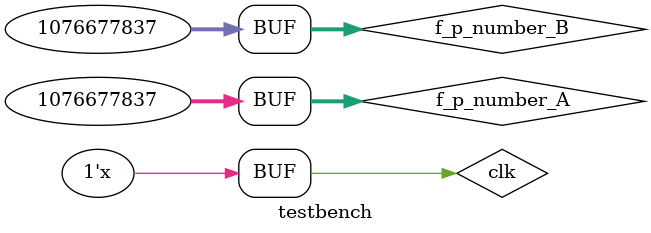
<source format=v>
`timescale 1ns / 1ps

module testbench();
reg clk=0;
reg [31:0]f_p_number_A=32'b0_10000000_01011001100110011001101;
reg [31:0]f_p_number_B=32'b0_10000000_01011001100110011001101;
wire [31:0]result;
wire m_axis_result_tvalid;

always #5 clk<=~clk;

f_calculation test_1(
   .clk(clk),
   .f_p_number_A(f_p_number_A),
   .f_p_number_B(f_p_number_B),
   .result(result)
   );
endmodule


</source>
